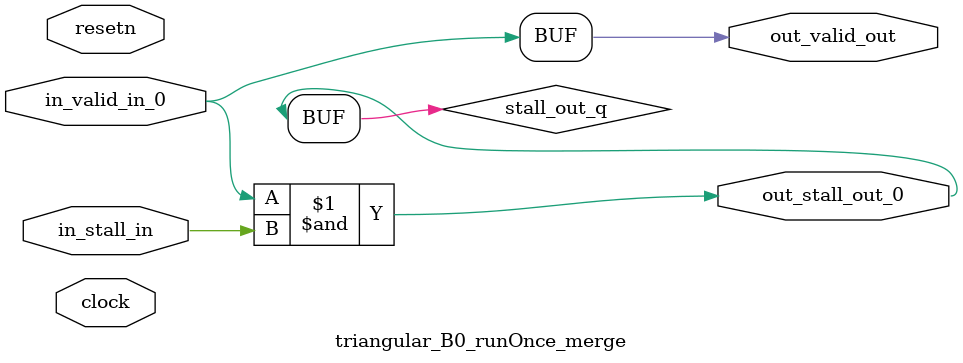
<source format=sv>



(* altera_attribute = "-name AUTO_SHIFT_REGISTER_RECOGNITION OFF; -name MESSAGE_DISABLE 10036; -name MESSAGE_DISABLE 10037; -name MESSAGE_DISABLE 14130; -name MESSAGE_DISABLE 14320; -name MESSAGE_DISABLE 15400; -name MESSAGE_DISABLE 14130; -name MESSAGE_DISABLE 10036; -name MESSAGE_DISABLE 12020; -name MESSAGE_DISABLE 12030; -name MESSAGE_DISABLE 12010; -name MESSAGE_DISABLE 12110; -name MESSAGE_DISABLE 14320; -name MESSAGE_DISABLE 13410; -name MESSAGE_DISABLE 113007; -name MESSAGE_DISABLE 10958" *)
module triangular_B0_runOnce_merge (
    input wire [0:0] in_stall_in,
    input wire [0:0] in_valid_in_0,
    output wire [0:0] out_stall_out_0,
    output wire [0:0] out_valid_out,
    input wire clock,
    input wire resetn
    );

    wire [0:0] stall_out_q;


    // stall_out(LOGICAL,6)
    assign stall_out_q = in_valid_in_0 & in_stall_in;

    // out_stall_out_0(GPOUT,4)
    assign out_stall_out_0 = stall_out_q;

    // out_valid_out(GPOUT,5)
    assign out_valid_out = in_valid_in_0;

endmodule

</source>
